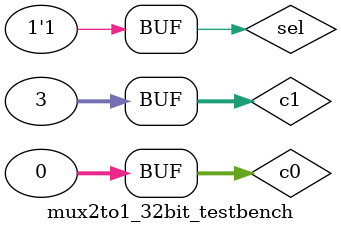
<source format=v>
module mux2to1_32bit_testbench();
	wire[31:0]out;
	reg[31:0]c0;
	reg[31:0]c1;
	reg sel;
	
	mux2to1_32bit muxA(out,c0,c1,sel);
	initial begin
		c0= 32'b00 ; c1= 32'b11; sel= 1'b0;
		#20;
		c0= 32'b00 ; c1= 32'b11; sel= 1'b1;
		#20;
	end
 
	initial begin
		$monitor(" c0=%32b c1=%32b sel=%1b out=%32b",c0,c1,sel,out);
	end
							
							
endmodule
</source>
